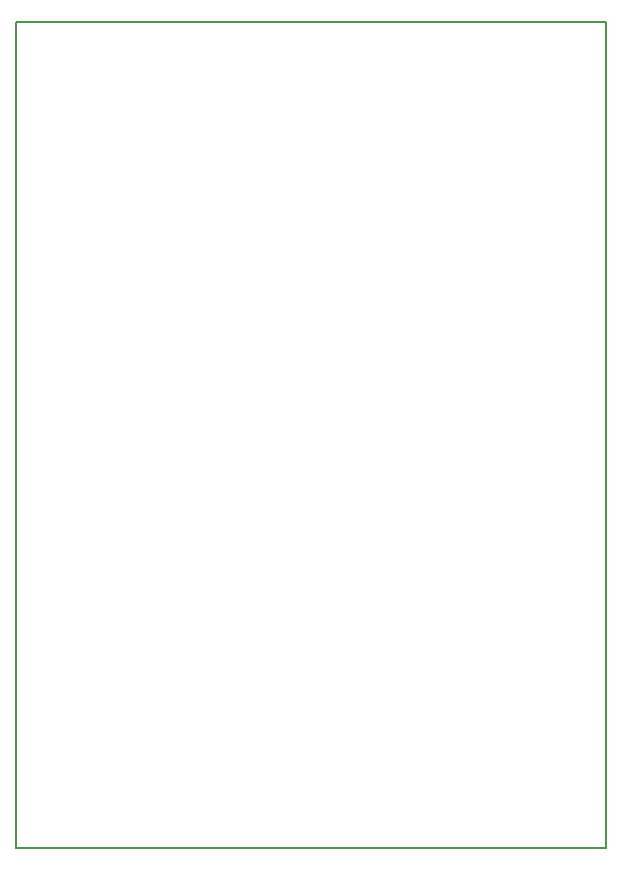
<source format=gm1>
G04 #@! TF.GenerationSoftware,KiCad,Pcbnew,(5.0.0)*
G04 #@! TF.CreationDate,2018-10-17T22:36:33+03:00*
G04 #@! TF.ProjectId,psg14_emu,70736731345F656D752E6B696361645F,rev?*
G04 #@! TF.SameCoordinates,Original*
G04 #@! TF.FileFunction,Profile,NP*
%FSLAX46Y46*%
G04 Gerber Fmt 4.6, Leading zero omitted, Abs format (unit mm)*
G04 Created by KiCad (PCBNEW (5.0.0)) date 10/17/18 22:36:33*
%MOMM*%
%LPD*%
G01*
G04 APERTURE LIST*
%ADD10C,0.150000*%
G04 APERTURE END LIST*
D10*
X60000000Y-20000000D02*
X110000000Y-20000000D01*
X110000000Y-90000000D02*
X110000000Y-20000000D01*
X60000000Y-90000000D02*
X110000000Y-90000000D01*
X60000000Y-20000000D02*
X60000000Y-90000000D01*
M02*

</source>
